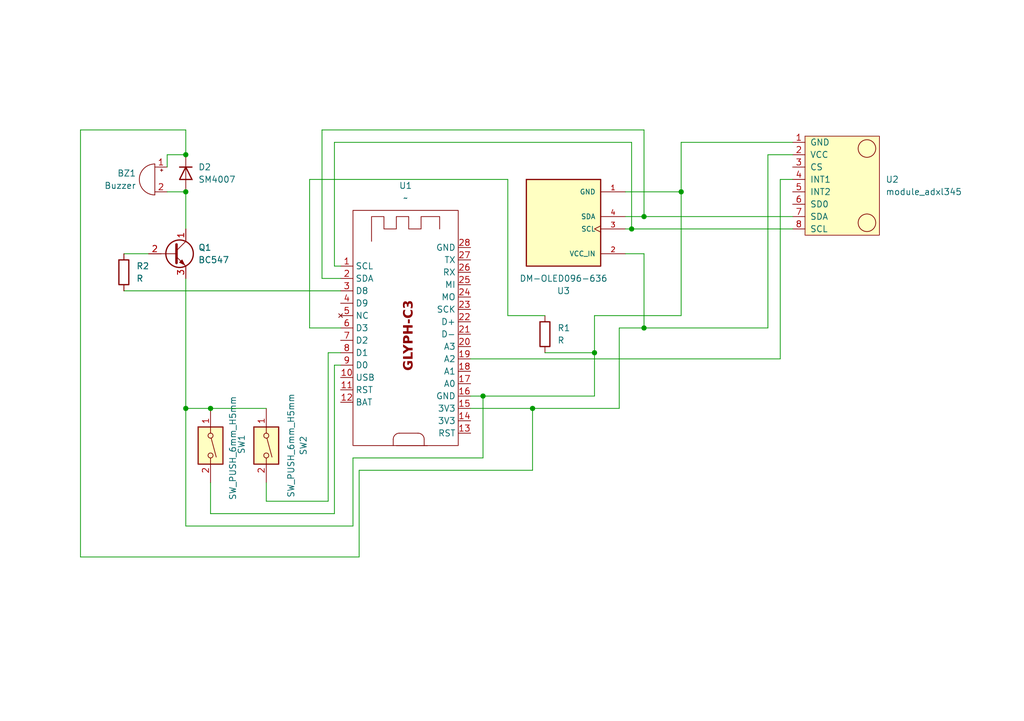
<source format=kicad_sch>
(kicad_sch (version 20250114) (generator "eeschema") (generator_version "9.0")
  (paper "A5")
  (title_block (title "Sidekick PCB") (date "2025-08-14") (rev "v0.3.8"))
  (lib_symbols
    (symbol "DM-OLED096-636:DM-OLED096-636" (pin_names (offset 1.016))
      (property "Reference" "U" (at -7.62 10.922 0))
      (property "Value" "DM-OLED096-636" (at -7.62 -10.16 0))
      (symbol "DM-OLED096-636_0_0"
        (rectangle (start -7.62 -7.62) (end 7.62 10.16) (stroke (width 0.254)) (fill (type background)))
        (pin power_in line (at 12.7 7.62 180) (length 5.08) (name "VCC_IN") (number "2"))
        (pin input clock (at 12.7 2.54 180) (length 5.08) (name "SCL") (number "3"))
        (pin bidirectional line (at 12.7 0 180) (length 5.08) (name "SDA") (number "4"))
        (pin power_in line (at 12.7 -5.08 180) (length 5.08) (name "GND") (number "1"))
      )
    )
    (symbol "Device:Buzzer" (pin_names (offset 0.0254) (hide yes))
      (property "Reference" "BZ" (at 3.81 1.27 0))
      (property "Value" "Buzzer" (at 3.81 -1.27 0))
      (symbol "Buzzer_0_1"
        (polyline (pts (xy -1.651 1.905) (xy -1.143 1.905)))
        (polyline (pts (xy -1.397 2.159) (xy -1.397 1.651)))
        (arc (start 0 3.175) (mid 3.1612 0) (end 0 -3.175))
        (polyline (pts (xy 0 3.175) (xy 0 -3.175)))
      )
      (symbol "Buzzer_1_1"
        (pin passive line (at -2.54 2.54 0) (length 2.54) (name "+") (number "1"))
        (pin passive line (at -2.54 -2.54 0) (length 2.54) (name "-") (number "2"))
      )
    )
    (symbol "Device:R" (pin_numbers (hide yes)) (pin_names (offset 0))
      (property "Reference" "R" (at 2.032 0 90))
      (property "Value" "R" (at 0 0 90))
      (symbol "R_0_1"
        (rectangle (start -1.016 -2.54) (end 1.016 2.54) (stroke (width 0.254)))
      )
      (symbol "R_1_1"
        (pin passive line (at 0 3.81 270) (length 1.27) (name "~") (number "1"))
        (pin passive line (at 0 -3.81 90) (length 1.27) (name "~") (number "2"))
      )
    )
    (symbol "Diode:SM4007" (pin_numbers (hide yes)) (pin_names (hide yes))
      (property "Reference" "D" (at 0 2.54 0))
      (property "Value" "SM4007" (at 0 -2.54 0))
      (symbol "SM4007_0_1"
        (polyline (pts (xy -1.27 1.27) (xy -1.27 -1.27)) (stroke (width 0.254)))
        (polyline (pts (xy 1.27 1.27) (xy 1.27 -1.27) (xy -1.27 0) (xy 1.27 1.27)) (stroke (width 0.254)))
        (polyline (pts (xy 1.27 0) (xy -1.27 0)))
      )
      (symbol "SM4007_1_1"
        (pin passive line (at -3.81 0 0) (length 2.54) (name "K") (number "1"))
        (pin passive line (at 3.81 0 180) (length 2.54) (name "A") (number "2"))
      )
    )
    (symbol "GlyphC3:GLYPHC3"
      (property "Reference" "U2" (at -0.635 29.21 0))
      (property "Value" "~" (at -0.635 26.67 0))
      (symbol "GLYPHC3_0_1"
        (rectangle (start -11.43 25.4) (end 10.16 -22.86))
        (polyline (pts (xy -7.62 19.05) (xy -7.62 24.13) (xy -5.08 24.13) (xy -5.08 21.59) (xy -2.54 21.59) (xy -2.54 24.13) (xy 0 24.13) (xy 0 21.59) (xy 2.54 21.59) (xy 2.54 24.13) (xy 6.35 24.13) (xy 6.35 21.59)))
        (polyline (pts (xy -3.175 -21.59) (xy -3.175 -22.86)))
        (polyline (pts (xy -2.54 -22.86) (xy 3.81 -22.86)))
        (arc (start -3.175 -21.59) (mid -2.803 -20.692) (end -1.905 -20.32))
        (polyline (pts (xy 1.905 -20.32) (xy -1.905 -20.32)))
        (arc (start 1.9051 -20.3199) (mid 2.8031 -20.6919) (end 3.1751 -21.5899))
        (polyline (pts (xy 3.175 -21.59) (xy 3.175 -22.86)))
        (rectangle (start 3.81 -22.86) (end 3.81 -22.86))
      )
      (symbol "GLYPHC3_1_0"
        (pin power_in line (at -13.97 -8.89 0) (length 2.54) (name "USB") (number "10"))
        (pin passive line (at -13.97 -11.43 0) (length 2.54) (name "RST") (number "11"))
        (pin power_in line (at -13.97 -13.97 0) (length 2.54) (name "BAT") (number "12"))
        (pin power_in line (at 12.7 17.78 180) (length 2.54) (name "GND") (number "28"))
        (pin bidirectional line (at 12.7 15.24 180) (length 2.54) (name "TX") (number "27"))
        (pin bidirectional line (at 12.7 12.7 180) (length 2.54) (name "RX") (number "26"))
        (pin bidirectional line (at 12.7 10.16 180) (length 2.54) (name "MI") (number "25"))
        (pin bidirectional line (at 12.7 7.62 180) (length 2.54) (name "MO") (number "24"))
        (pin bidirectional line (at 12.7 5.08 180) (length 2.54) (name "SCK") (number "23"))
        (pin bidirectional line (at 12.7 2.54 180) (length 2.54) (name "D+") (number "22"))
        (pin bidirectional line (at 12.7 0 180) (length 2.54) (name "D-") (number "21"))
        (pin bidirectional line (at 12.7 -2.54 180) (length 2.54) (name "A3") (number "20"))
        (pin bidirectional line (at 12.7 -5.08 180) (length 2.54) (name "A2") (number "19"))
        (pin bidirectional line (at 12.7 -7.62 180) (length 2.54) (name "A1") (number "18"))
        (pin bidirectional line (at 12.7 -10.16 180) (length 2.54) (name "A0") (number "17"))
        (pin power_in line (at 12.7 -12.7 180) (length 2.54) (name "GND") (number "16"))
        (pin power_in line (at 12.7 -15.24 180) (length 2.54) (name "3V3") (number "15"))
        (pin power_in line (at 12.7 -17.78 180) (length 2.54) (name "3V3") (number "14"))
        (pin passive line (at 12.7 -20.32 180) (length 2.54) (name "RST") (number "13"))
      )
      (symbol "GLYPHC3_1_1"
        (text "GLYPH-C3" (at 0 -0.254 900) (effects (font (size 1.905 1.905) (bold yes))))
        (pin bidirectional line (at -13.97 13.97 0) (length 2.54) (name "SCL") (number "1"))
        (pin bidirectional line (at -13.97 11.43 0) (length 2.54) (name "SDA") (number "2"))
        (pin bidirectional line (at -13.97 8.89 0) (length 2.54) (name "D8") (number "3"))
        (pin bidirectional line (at -13.97 6.35 0) (length 2.54) (name "D9") (number "4"))
        (pin no_connect line (at -13.97 3.81 0) (length 2.54) (name "NC") (number "5"))
        (pin bidirectional line (at -13.97 1.27 0) (length 2.54) (name "D3") (number "6"))
        (pin bidirectional line (at -13.97 -1.27 0) (length 2.54) (name "D2") (number "7"))
        (pin bidirectional line (at -13.97 -3.81 0) (length 2.54) (name "D1") (number "8"))
        (pin bidirectional line (at -13.97 -6.35 0) (length 2.54) (name "D0") (number "9"))
      )
    )
    (symbol "Switch:SW_DIP_x01" (pin_names (offset 0) (hide yes))
      (property "Reference" "SW" (at 0 3.81 0))
      (property "Value" "SW_DIP_x01" (at 0 -3.81 0))
      (symbol "SW_DIP_x01_0_0"
        (circle (center -2.032 0) (radius 0.508))
        (polyline (pts (xy -1.524 0.127) (xy 2.3622 1.1684)))
        (circle (center 2.032 0) (radius 0.508))
      )
      (symbol "SW_DIP_x01_0_1"
        (rectangle (start -3.81 2.54) (end 3.81 -2.54) (stroke (width 0.254)) (fill (type background)))
      )
      (symbol "SW_DIP_x01_1_1"
        (pin passive line (at -7.62 0 0) (length 5.08) (name "~") (number "1"))
        (pin passive line (at 7.62 0 180) (length 5.08) (name "~") (number "2"))
      )
    )
    (symbol "Transistor_BJT:BC547" (pin_names (offset 0) (hide yes))
      (property "Reference" "Q" (at 5.08 1.905 0))
      (property "Value" "BC547" (at 5.08 0 0))
      (symbol "BC547_0_1"
        (polyline (pts (xy -2.54 0) (xy 0.635 0)))
        (polyline (pts (xy 0.635 1.905) (xy 0.635 -1.905)) (stroke (width 0.508)))
        (circle (center 1.27 0) (radius 2.8194) (stroke (width 0.254)))
      )
      (symbol "BC547_1_1"
        (polyline (pts (xy 0.635 0.635) (xy 2.54 2.54)))
        (polyline (pts (xy 0.635 -0.635) (xy 2.54 -2.54)))
        (polyline (pts (xy 1.27 -1.778) (xy 1.778 -1.27) (xy 2.286 -2.286) (xy 1.27 -1.778)) (fill (type outline)))
        (pin input line (at -5.08 0 0) (length 2.54) (name "B") (number "2"))
        (pin passive line (at 2.54 5.08 270) (length 2.54) (name "C") (number "1"))
        (pin passive line (at 2.54 -5.08 90) (length 2.54) (name "E") (number "3"))
      )
    )
    (symbol "usini_sensors:module_adxl345" (pin_names (offset 1.016))
      (property "Reference" "U" (at 2.54 13.97 0))
      (property "Value" "module_adxl345" (at 10.16 -8.89 0))
      (symbol "module_adxl345_0_1"
        (rectangle (start 2.54 12.7) (end 17.78 -7.62) (fill (type background)))
        (circle (center 15.24 10.16) (radius 1.8034))
        (circle (center 15.24 -5.08) (radius 1.8034))
      )
      (symbol "module_adxl345_1_1"
        (pin input line (at 0 11.43 0) (length 2.54) (name "GND") (number "1"))
        (pin input line (at 0 8.89 0) (length 2.54) (name "VCC") (number "2"))
        (pin input line (at 0 6.35 0) (length 2.54) (name "CS") (number "3"))
        (pin input line (at 0 3.81 0) (length 2.54) (name "INT1") (number "4"))
        (pin input line (at 0 1.27 0) (length 2.54) (name "INT2") (number "5"))
        (pin input line (at 0 -1.27 0) (length 2.54) (name "SD0") (number "6"))
        (pin input line (at 0 -3.81 0) (length 2.54) (name "SDA") (number "7"))
        (pin input line (at 0 -6.35 0) (length 2.54) (name "SCL") (number "8"))
      )
    )
  )
  (junction (at 132.08 44.45))
  (junction (at 38.1 31.75))
  (junction (at 43.18 83.82))
  (junction (at 109.22 83.82))
  (junction (at 38.1 83.82))
  (junction (at 99.06 81.28))
  (junction (at 139.7 39.37))
  (junction (at 129.54 46.99))
  (junction (at 121.92 72.39))
  (junction (at 38.1 39.37))
  (junction (at 132.08 67.31))
  (wire (pts (xy 25.4 52.07) (xy 30.48 52.07)))
  (wire (pts (xy 38.1 83.82) (xy 43.18 83.82)))
  (wire (pts (xy 43.18 83.82) (xy 54.61 83.82)))
  (wire (pts (xy 139.7 39.37) (xy 139.7 64.77)))
  (wire (pts (xy 38.1 83.82) (xy 38.1 107.95)))
  (wire (pts (xy 54.61 99.06) (xy 54.61 102.87)))
  (wire (pts (xy 160.02 36.83) (xy 162.56 36.83)))
  (wire (pts (xy 132.08 67.31) (xy 157.48 67.31)))
  (wire (pts (xy 43.18 105.41) (xy 68.58 105.41)))
  (wire (pts (xy 72.39 93.98) (xy 99.06 93.98)))
  (wire (pts (xy 132.08 52.07) (xy 132.08 67.31)))
  (wire (pts (xy 157.48 31.75) (xy 162.56 31.75)))
  (wire (pts (xy 68.58 105.41) (xy 68.58 74.93)))
  (wire (pts (xy 128.27 39.37) (xy 139.7 39.37)))
  (wire (pts (xy 157.48 31.75) (xy 157.48 67.31)))
  (wire (pts (xy 68.58 54.61) (xy 69.85 54.61)))
  (wire (pts (xy 128.27 52.07) (xy 132.08 52.07)))
  (wire (pts (xy 66.04 57.15) (xy 69.85 57.15)))
  (wire (pts (xy 96.52 81.28) (xy 99.06 81.28)))
  (wire (pts (xy 38.1 57.15) (xy 38.1 83.82)))
  (wire (pts (xy 109.22 83.82) (xy 109.22 96.52)))
  (wire (pts (xy 68.58 74.93) (xy 69.85 74.93)))
  (wire (pts (xy 128.27 44.45) (xy 132.08 44.45)))
  (wire (pts (xy 121.92 72.39) (xy 121.92 64.77)))
  (wire (pts (xy 127 83.82) (xy 127 67.31)))
  (wire (pts (xy 54.61 102.87) (xy 67.31 102.87)))
  (wire (pts (xy 109.22 83.82) (xy 127 83.82)))
  (wire (pts (xy 129.54 46.99) (xy 129.54 29.21)))
  (wire (pts (xy 67.31 102.87) (xy 67.31 72.39)))
  (wire (pts (xy 38.1 26.67) (xy 38.1 31.75)))
  (wire (pts (xy 99.06 81.28) (xy 121.92 81.28)))
  (wire (pts (xy 34.29 31.75) (xy 34.29 34.29)))
  (wire (pts (xy 121.92 81.28) (xy 121.92 72.39)))
  (wire (pts (xy 16.51 26.67) (xy 38.1 26.67)))
  (wire (pts (xy 16.51 114.3) (xy 16.51 26.67)))
  (wire (pts (xy 129.54 29.21) (xy 68.58 29.21)))
  (wire (pts (xy 96.52 83.82) (xy 109.22 83.82)))
  (wire (pts (xy 25.4 59.69) (xy 69.85 59.69)))
  (wire (pts (xy 72.39 107.95) (xy 72.39 93.98)))
  (wire (pts (xy 132.08 26.67) (xy 66.04 26.67)))
  (wire (pts (xy 99.06 93.98) (xy 99.06 81.28)))
  (wire (pts (xy 129.54 46.99) (xy 162.56 46.99)))
  (wire (pts (xy 160.02 73.66) (xy 160.02 36.83)))
  (wire (pts (xy 73.66 96.52) (xy 109.22 96.52)))
  (wire (pts (xy 132.08 44.45) (xy 132.08 26.67)))
  (wire (pts (xy 43.18 99.06) (xy 43.18 105.41)))
  (wire (pts (xy 38.1 31.75) (xy 34.29 31.75)))
  (wire (pts (xy 38.1 107.95) (xy 72.39 107.95)))
  (wire (pts (xy 104.14 64.77) (xy 111.76 64.77)))
  (wire (pts (xy 96.52 73.66) (xy 160.02 73.66)))
  (wire (pts (xy 38.1 39.37) (xy 38.1 46.99)))
  (wire (pts (xy 111.76 72.39) (xy 121.92 72.39)))
  (wire (pts (xy 66.04 26.67) (xy 66.04 57.15)))
  (wire (pts (xy 132.08 44.45) (xy 162.56 44.45)))
  (wire (pts (xy 73.66 114.3) (xy 16.51 114.3)))
  (wire (pts (xy 139.7 29.21) (xy 139.7 39.37)))
  (wire (pts (xy 68.58 29.21) (xy 68.58 54.61)))
  (wire (pts (xy 63.5 36.83) (xy 104.14 36.83)))
  (wire (pts (xy 139.7 29.21) (xy 162.56 29.21)))
  (wire (pts (xy 63.5 67.31) (xy 63.5 36.83)))
  (wire (pts (xy 127 67.31) (xy 132.08 67.31)))
  (wire (pts (xy 67.31 72.39) (xy 69.85 72.39)))
  (wire (pts (xy 34.29 39.37) (xy 38.1 39.37)))
  (wire (pts (xy 104.14 36.83) (xy 104.14 64.77)))
  (wire (pts (xy 121.92 64.77) (xy 139.7 64.77)))
  (wire (pts (xy 69.85 67.31) (xy 63.5 67.31)))
  (wire (pts (xy 73.66 114.3) (xy 73.66 96.52)))
  (wire (pts (xy 128.27 46.99) (xy 129.54 46.99)))
  (symbol (lib_id "GlyphC3:GLYPHC3") (at 83.82 68.58 0) (unit 1)
    (property "Reference" "U1" (at 83.185 38.1 0))
    (property "Value" "~" (at 83.185 40.64 0))
    (property "Footprint" "PCBCUPID-GLYPHC3-Footprint:GlyphC3" (effects (hide yes)))
    (property "MANUFACTURER" "Espressif Systems" (effects (hide yes)))
    (property "MAXIMUM_PACKAGE_HEIGHT" "2.55mm" (effects (hide yes)))
    (property "MPN" " " (effects (hide yes)))
    (property "Name" " " (effects (hide yes)))
    (property "PARTREV" "v1.0" (effects (hide yes)))
    (property "STANDARD" "Manufacturer Recommendations" (effects (hide yes)))
  )
  (symbol (lib_id "Switch:SW_DIP_x01") (at 54.61 91.44 270) (unit 1)
    (property "Reference" "SW2" (at 62.23 91.44 0))
    (property "Value" "SW_PUSH_6mm_H5mm" (at 59.69 91.44 0))
    (property "Footprint" "Button_Switch_THT:SW_PUSH_6mm_H5mm" (effects (hide yes)))
    (property "Description" "1x DIP Switch, Single Pole Single Throw (SPST) switch, small symbol" (effects (hide yes)))
  )
  (symbol (lib_id "Switch:SW_DIP_x01") (at 43.18 91.44 270) (unit 1)
    (property "Reference" "SW1" (at 49.53 91.186 0))
    (property "Value" "SW_PUSH_6mm_H5mm" (at 47.752 91.948 0))
    (property "Footprint" "Button_Switch_THT:SW_PUSH_6mm_H5mm" (effects (hide yes)))
    (property "Description" "1x DIP Switch, Single Pole Single Throw (SPST) switch, small symbol" (effects (hide yes)))
  )
  (symbol (lib_id "Device:Buzzer") (at 31.75 36.83 0) (mirror y) (unit 1)
    (property "Reference" "BZ1" (at 27.94 35.5599 0) (effects (justify left)))
    (property "Value" "Buzzer" (at 27.94 38.0999 0) (effects (justify left)))
    (property "Footprint" "Buzzer_Beeper:Buzzer_12x9.5RM7.6" (effects (hide yes)))
    (property "Description" "Buzzer, polarized" (effects (hide yes)))
  )
  (symbol (lib_id "Transistor_BJT:BC547") (at 35.56 52.07 0) (unit 1)
    (property "Reference" "Q1" (at 40.64 50.7999 0) (effects (justify left)))
    (property "Value" "BC547" (at 40.64 53.3399 0) (effects (justify left)))
    (property "Footprint" "Package_TO_SOT_THT:TO-92_Inline" (effects (hide yes)))
    (property "Datasheet" "https://www.onsemi.com/pub/Collateral/BC550-D.pdf" (effects (hide yes)))
    (property "Description" "0.1A Ic, 45V Vce, Small Signal NPN Transistor, TO-92" (effects (hide yes)))
  )
  (symbol (lib_id "usini_sensors:module_adxl345") (at 162.56 40.64 0) (unit 1)
    (property "Reference" "U2" (at 181.61 36.8299 0) (effects (justify left)))
    (property "Value" "module_adxl345" (at 181.61 39.3699 0) (effects (justify left)))
    (property "Footprint" "usini_sensors:module_adxl345" (effects (hide yes)))
  )
  (symbol (lib_id "Device:R") (at 111.76 68.58 0) (unit 1)
    (property "Reference" "R1" (at 114.3 67.3099 0) (effects (justify left)))
    (property "Value" "R" (at 114.3 69.8499 0) (effects (justify left)))
    (property "Footprint" "Resistor_THT:R_Axial_DIN0207_L6.3mm_D2.5mm_P7.62mm_Horizontal" (effects (hide yes)))
    (property "Description" "Resistor" (effects (hide yes)))
  )
  (symbol (lib_id "DM-OLED096-636:DM-OLED096-636") (at 115.57 44.45 0) (mirror x) (unit 1)
    (property "Reference" "U3" (at 115.57 59.69 0))
    (property "Value" "DM-OLED096-636" (at 115.57 57.15 0))
    (property "Footprint" "DM-OLED096-636:MODULE_DM-OLED096-636" (effects (hide yes)))
    (property "MF" "Display Module" (effects (hide yes)))
    (property "MAXIMUM_PACKAGE_HEIGHT" "11.3 mm" (effects (hide yes)))
    (property "Package" "Package" (effects (hide yes)))
    (property "Price" "None" (effects (hide yes)))
    (property "Check_prices" "https://www.snapeda.com/parts/DM-OLED096-636/Display+Module/view-part/?ref=eda" (effects (hide yes)))
    (property "STANDARD" "Manufacturer Recommendations" (effects (hide yes)))
    (property "PARTREV" "2018-09-10" (effects (hide yes)))
    (property "SnapEDA_Link" "https://www.snapeda.com/parts/DM-OLED096-636/Display+Module/view-part/?ref=snap" (effects (hide yes)))
    (property "MP" "DM-OLED096-636" (effects (hide yes)))
    (property "Description_1" "0.96” 128 X 64 MONOCHROME GRAPHIC OLED DISPLAY MODULE - I2C" (effects (hide yes)))
    (property "Availability" "Not in stock" (effects (hide yes)))
    (property "MANUFACTURER" "Displaymodule" (effects (hide yes)))
  )
  (symbol (lib_id "Diode:SM4007") (at 38.1 35.56 270) (unit 1)
    (property "Reference" "D2" (at 40.64 34.2899 90) (effects (justify left)))
    (property "Value" "SM4007" (at 40.64 36.8299 90) (effects (justify left)))
    (property "Footprint" "Diode_SMD:D_MELF" (effects (hide yes)))
    (property "Datasheet" "http://cdn-reichelt.de/documents/datenblatt/A400/SMD1N400%23DIO.pdf" (effects (hide yes)))
    (property "Description" "1000V 1A General Purpose Rectifier Diode, MELF" (effects (hide yes)))
    (property "Sim.Device" "D" (effects (hide yes)))
    (property "Sim.Pins" "1=K 2=A" (effects (hide yes)))
  )
  (symbol (lib_id "Device:R") (at 25.4 55.88 0) (unit 1)
    (property "Reference" "R2" (at 27.94 54.6099 0) (effects (justify left)))
    (property "Value" "R" (at 27.94 57.1499 0) (effects (justify left)))
    (property "Footprint" "Resistor_THT:R_Axial_DIN0204_L3.6mm_D1.6mm_P5.08mm_Horizontal" (effects (hide yes)))
    (property "Description" "Resistor" (effects (hide yes)))
  )
)
</source>
